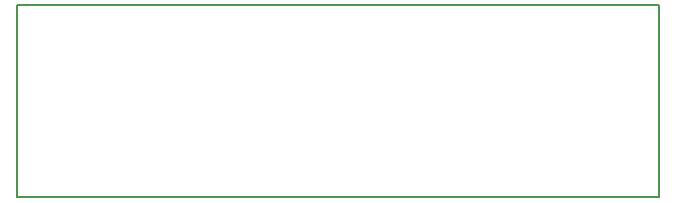
<source format=gbr>
G04 #@! TF.FileFunction,Profile,NP*
%FSLAX46Y46*%
G04 Gerber Fmt 4.6, Leading zero omitted, Abs format (unit mm)*
G04 Created by KiCad (PCBNEW 0.201601231531+6508~42~ubuntu15.10.1-product) date Sun 24 Jan 2016 05:29:53 PM CET*
%MOMM*%
G01*
G04 APERTURE LIST*
%ADD10C,0.020000*%
%ADD11C,0.150000*%
G04 APERTURE END LIST*
D10*
D11*
X177292000Y-113792000D02*
X177292000Y-113538000D01*
X122936000Y-113792000D02*
X177292000Y-113792000D01*
X122936000Y-97536000D02*
X122936000Y-113792000D01*
X177292000Y-97536000D02*
X122936000Y-97536000D01*
X177292000Y-97536000D02*
X177292000Y-113538000D01*
M02*

</source>
